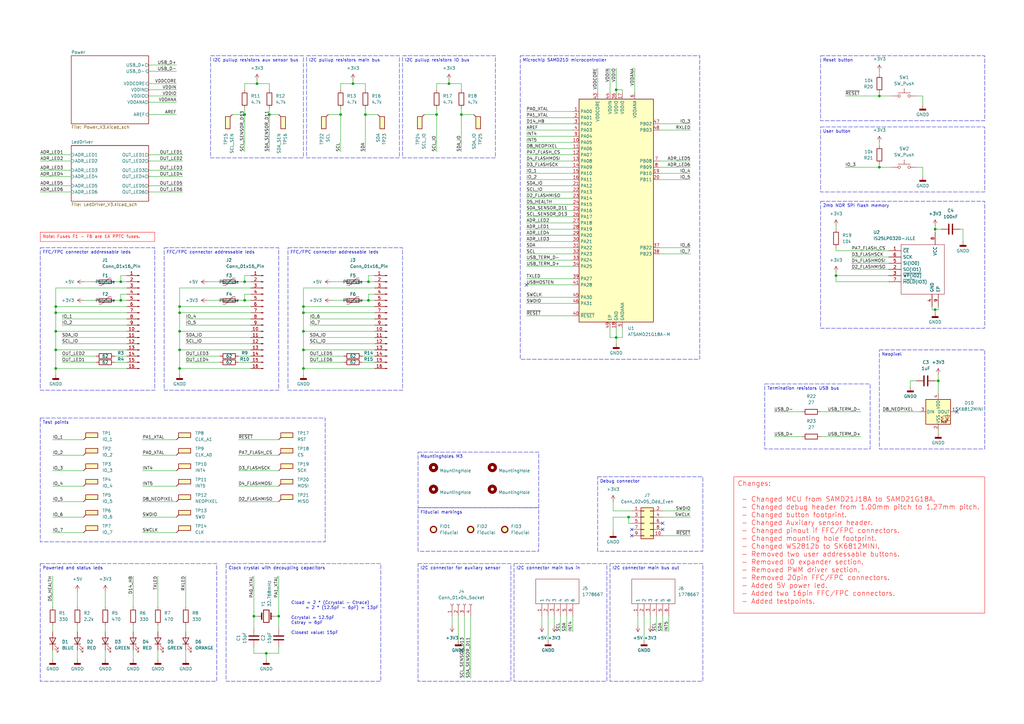
<source format=kicad_sch>
(kicad_sch (version 20230121) (generator eeschema)
  (paper "A3")
  (title_block (title "Led driver board BabySim") (date "9-12-2023") (rev "V3.0") (company "Health Concept Lab") (comment 1 "Author(s): Emiel Visser & Joris Bol"))
  (junction (at 49.53 123.19))
  (junction (at 257.81 212.09))
  (junction (at 252.73 138.43))
  (junction (at 104.14 252.73))
  (junction (at 151.13 115.57))
  (junction (at 105.41 34.29))
  (junction (at 124.46 151.13))
  (junction (at 384.81 156.21))
  (junction (at 124.46 143.51))
  (junction (at 73.66 135.89))
  (junction (at 100.33 46.99))
  (junction (at 124.46 135.89))
  (junction (at 22.86 125.73))
  (junction (at 114.3 252.73))
  (junction (at 100.33 123.19))
  (junction (at 383.54 127))
  (junction (at 49.53 115.57))
  (junction (at 73.66 125.73))
  (junction (at 100.33 115.57))
  (junction (at 124.46 128.27))
  (junction (at 22.86 143.51))
  (junction (at 360.68 68.58))
  (junction (at 383.54 93.98))
  (junction (at 139.7 46.99))
  (junction (at 342.9 113.03))
  (junction (at 73.66 151.13))
  (junction (at 73.66 128.27))
  (junction (at 252.73 36.83))
  (junction (at 179.07 46.99))
  (junction (at 144.78 34.29))
  (junction (at 22.86 151.13))
  (junction (at 73.66 143.51))
  (junction (at 110.49 46.99))
  (junction (at 360.68 39.37))
  (junction (at 149.86 46.99))
  (junction (at 151.13 123.19))
  (junction (at 109.22 267.97))
  (junction (at 189.23 46.99))
  (junction (at 184.15 34.29))
  (junction (at 22.86 135.89))
  (junction (at 124.46 125.73))
  (junction (at 22.86 128.27))
  (no_connect (at 215.9 116.84))
  (no_connect (at 271.78 217.17))
  (no_connect (at 392.43 168.91))
  (no_connect (at 259.08 219.71))
  (no_connect (at 259.08 217.17))
  (no_connect (at 271.78 214.63))
  (wire (pts (xy 153.67 118.11) (xy 124.46 118.11)))
  (wire (pts (xy 185.42 256.54) (xy 185.42 252.73)))
  (wire (pts (xy 271.78 219.71) (xy 283.21 219.71)))
  (wire (pts (xy 139.7 34.29) (xy 144.78 34.29)))
  (wire (pts (xy 43.18 256.54) (xy 43.18 259.08)))
  (wire (pts (xy 255.27 138.43) (xy 252.73 138.43)))
  (wire (pts (xy 114.3 257.81) (xy 114.3 252.73)))
  (wire (pts (xy 64.77 236.22) (xy 64.77 248.92)))
  (wire (pts (xy 215.9 73.66) (xy 234.95 73.66)))
  (wire (pts (xy 270.51 101.6) (xy 283.21 101.6)))
  (wire (pts (xy 149.86 36.83) (xy 149.86 34.29)))
  (wire (pts (xy 58.42 212.09) (xy 72.39 212.09)))
  (wire (pts (xy 234.95 252.73) (xy 234.95 259.08)))
  (wire (pts (xy 109.22 267.97) (xy 114.3 267.97)))
  (wire (pts (xy 317.5 168.91) (xy 328.93 168.91)))
  (wire (pts (xy 149.86 44.45) (xy 149.86 46.99)))
  (wire (pts (xy 227.33 252.73) (xy 227.33 256.54)))
  (wire (pts (xy 127 138.43) (xy 153.67 138.43)))
  (wire (pts (xy 97.79 205.74) (xy 114.3 205.74)))
  (wire (pts (xy 76.2 256.54) (xy 76.2 259.08)))
  (wire (pts (xy 229.87 252.73) (xy 229.87 259.08)))
  (wire (pts (xy 342.9 113.03) (xy 364.49 113.03)))
  (wire (pts (xy 73.66 151.13) (xy 102.87 151.13)))
  (wire (pts (xy 252.73 36.83) (xy 252.73 38.1)))
  (wire (pts (xy 264.16 252.73) (xy 264.16 262.89)))
  (wire (pts (xy 215.9 116.84) (xy 234.95 116.84)))
  (wire (pts (xy 149.86 46.99) (xy 154.94 46.99)))
  (wire (pts (xy 184.15 34.29) (xy 189.23 34.29)))
  (wire (pts (xy 349.25 110.49) (xy 364.49 110.49)))
  (wire (pts (xy 22.86 153.67) (xy 22.86 151.13)))
  (wire (pts (xy 22.86 135.89) (xy 22.86 143.51)))
  (wire (pts (xy 349.25 107.95) (xy 364.49 107.95)))
  (wire (pts (xy 73.66 118.11) (xy 73.66 125.73)))
  (wire (pts (xy 124.46 118.11) (xy 124.46 125.73)))
  (wire (pts (xy 46.99 148.59) (xy 52.07 148.59)))
  (wire (pts (xy 31.75 266.7) (xy 31.75 270.51)))
  (wire (pts (xy 25.4 140.97) (xy 52.07 140.97)))
  (wire (pts (xy 153.67 113.03) (xy 151.13 113.03)))
  (wire (pts (xy 384.81 156.21) (xy 383.54 156.21)))
  (wire (pts (xy 76.2 236.22) (xy 76.2 248.92)))
  (wire (pts (xy 58.42 205.74) (xy 72.39 205.74)))
  (wire (pts (xy 73.66 128.27) (xy 73.66 135.89)))
  (wire (pts (xy 215.9 81.28) (xy 234.95 81.28)))
  (wire (pts (xy 100.33 44.45) (xy 100.33 46.99)))
  (wire (pts (xy 261.62 252.73) (xy 261.62 256.54)))
  (wire (pts (xy 179.07 34.29) (xy 184.15 34.29)))
  (wire (pts (xy 127 130.81) (xy 153.67 130.81)))
  (wire (pts (xy 250.19 27.94) (xy 250.19 38.1)))
  (wire (pts (xy 29.21 78.74) (xy 16.51 78.74)))
  (wire (pts (xy 124.46 143.51) (xy 124.46 151.13)))
  (wire (pts (xy 139.7 62.23) (xy 139.7 46.99)))
  (wire (pts (xy 21.59 236.22) (xy 21.59 248.92)))
  (wire (pts (xy 251.46 212.09) (xy 257.81 212.09)))
  (wire (pts (xy 360.68 29.21) (xy 360.68 30.48)))
  (wire (pts (xy 102.87 118.11) (xy 73.66 118.11)))
  (wire (pts (xy 173.99 46.99) (xy 179.07 46.99)))
  (wire (pts (xy 151.13 113.03) (xy 151.13 115.57)))
  (wire (pts (xy 179.07 34.29) (xy 179.07 36.83)))
  (wire (pts (xy 215.9 45.72) (xy 234.95 45.72)))
  (wire (pts (xy 215.9 129.54) (xy 234.95 129.54)))
  (wire (pts (xy 252.73 27.94) (xy 252.73 36.83)))
  (wire (pts (xy 100.33 120.65) (xy 100.33 123.19)))
  (wire (pts (xy 266.7 252.73) (xy 266.7 256.54)))
  (wire (pts (xy 114.3 252.73) (xy 114.3 236.22)))
  (wire (pts (xy 270.51 104.14) (xy 283.21 104.14)))
  (wire (pts (xy 100.33 123.19) (xy 102.87 123.19)))
  (wire (pts (xy 58.42 218.44) (xy 72.39 218.44)))
  (wire (pts (xy 105.41 33.02) (xy 105.41 34.29)))
  (wire (pts (xy 104.14 252.73) (xy 105.41 252.73)))
  (wire (pts (xy 184.15 33.02) (xy 184.15 34.29)))
  (wire (pts (xy 215.9 78.74) (xy 234.95 78.74)))
  (wire (pts (xy 346.71 39.37) (xy 360.68 39.37)))
  (wire (pts (xy 349.25 105.41) (xy 364.49 105.41)))
  (wire (pts (xy 25.4 138.43) (xy 52.07 138.43)))
  (wire (pts (xy 22.86 128.27) (xy 52.07 128.27)))
  (wire (pts (xy 114.3 252.73) (xy 113.03 252.73)))
  (wire (pts (xy 144.78 33.02) (xy 144.78 34.29)))
  (wire (pts (xy 149.86 46.99) (xy 149.86 62.23)))
  (wire (pts (xy 189.23 46.99) (xy 189.23 62.23)))
  (wire (pts (xy 73.66 135.89) (xy 102.87 135.89)))
  (wire (pts (xy 148.59 123.19) (xy 151.13 123.19)))
  (wire (pts (xy 127 146.05) (xy 140.97 146.05)))
  (wire (pts (xy 257.81 212.09) (xy 257.81 214.63)))
  (wire (pts (xy 342.9 92.71) (xy 342.9 93.98)))
  (wire (pts (xy 54.61 236.22) (xy 54.61 248.92)))
  (wire (pts (xy 100.33 46.99) (xy 100.33 62.23)))
  (wire (pts (xy 336.55 168.91) (xy 353.06 168.91)))
  (wire (pts (xy 34.29 123.19) (xy 39.37 123.19)))
  (wire (pts (xy 49.53 120.65) (xy 49.53 123.19)))
  (wire (pts (xy 85.09 115.57) (xy 90.17 115.57)))
  (wire (pts (xy 52.07 120.65) (xy 49.53 120.65)))
  (wire (pts (xy 271.78 212.09) (xy 283.21 212.09)))
  (wire (pts (xy 259.08 212.09) (xy 257.81 212.09)))
  (wire (pts (xy 58.42 199.39) (xy 72.39 199.39)))
  (wire (pts (xy 360.68 38.1) (xy 360.68 39.37)))
  (wire (pts (xy 73.66 125.73) (xy 73.66 128.27)))
  (wire (pts (xy 124.46 125.73) (xy 153.67 125.73)))
  (wire (pts (xy 373.38 158.75) (xy 373.38 156.21)))
  (wire (pts (xy 74.93 72.39) (xy 60.96 72.39)))
  (wire (pts (xy 383.54 93.98) (xy 383.54 95.25)))
  (wire (pts (xy 232.41 252.73) (xy 232.41 259.08)))
  (wire (pts (xy 124.46 128.27) (xy 124.46 135.89)))
  (wire (pts (xy 21.59 205.74) (xy 34.29 205.74)))
  (wire (pts (xy 105.41 34.29) (xy 110.49 34.29)))
  (wire (pts (xy 135.89 123.19) (xy 140.97 123.19)))
  (wire (pts (xy 384.81 127) (xy 383.54 127)))
  (wire (pts (xy 124.46 151.13) (xy 153.67 151.13)))
  (wire (pts (xy 25.4 148.59) (xy 39.37 148.59)))
  (wire (pts (xy 25.4 130.81) (xy 52.07 130.81)))
  (wire (pts (xy 190.5 278.13) (xy 190.5 252.73)))
  (wire (pts (xy 215.9 71.12) (xy 234.95 71.12)))
  (wire (pts (xy 43.18 242.57) (xy 43.18 248.92)))
  (wire (pts (xy 360.68 39.37) (xy 365.76 39.37)))
  (wire (pts (xy 317.5 179.07) (xy 328.93 179.07)))
  (wire (pts (xy 54.61 256.54) (xy 54.61 259.08)))
  (wire (pts (xy 22.86 125.73) (xy 22.86 128.27)))
  (wire (pts (xy 60.96 46.99) (xy 72.39 46.99)))
  (wire (pts (xy 215.9 106.68) (xy 234.95 106.68)))
  (wire (pts (xy 361.95 168.91) (xy 377.19 168.91)))
  (wire (pts (xy 97.79 180.34) (xy 114.3 180.34)))
  (wire (pts (xy 60.96 34.29) (xy 72.39 34.29)))
  (wire (pts (xy 274.32 252.73) (xy 274.32 259.08)))
  (wire (pts (xy 16.51 66.04) (xy 29.21 66.04)))
  (wire (pts (xy 43.18 266.7) (xy 43.18 270.51)))
  (wire (pts (xy 49.53 123.19) (xy 52.07 123.19)))
  (wire (pts (xy 114.3 267.97) (xy 114.3 265.43)))
  (wire (pts (xy 257.81 214.63) (xy 259.08 214.63)))
  (wire (pts (xy 73.66 128.27) (xy 102.87 128.27)))
  (wire (pts (xy 109.22 267.97) (xy 109.22 270.51)))
  (wire (pts (xy 73.66 125.73) (xy 102.87 125.73)))
  (wire (pts (xy 215.9 58.42) (xy 234.95 58.42)))
  (wire (pts (xy 110.49 44.45) (xy 110.49 46.99)))
  (wire (pts (xy 189.23 36.83) (xy 189.23 34.29)))
  (wire (pts (xy 215.9 53.34) (xy 234.95 53.34)))
  (wire (pts (xy 342.9 111.76) (xy 342.9 113.03)))
  (wire (pts (xy 22.86 128.27) (xy 22.86 135.89)))
  (wire (pts (xy 215.9 104.14) (xy 234.95 104.14)))
  (wire (pts (xy 383.54 93.98) (xy 386.08 93.98)))
  (wire (pts (xy 215.9 86.36) (xy 234.95 86.36)))
  (wire (pts (xy 336.55 179.07) (xy 353.06 179.07)))
  (wire (pts (xy 60.96 36.83) (xy 72.39 36.83)))
  (wire (pts (xy 46.99 115.57) (xy 49.53 115.57)))
  (wire (pts (xy 215.9 96.52) (xy 234.95 96.52)))
  (wire (pts (xy 110.49 46.99) (xy 110.49 62.23)))
  (wire (pts (xy 360.68 67.31) (xy 360.68 68.58)))
  (wire (pts (xy 124.46 153.67) (xy 124.46 151.13)))
  (wire (pts (xy 151.13 120.65) (xy 151.13 123.19)))
  (wire (pts (xy 31.75 256.54) (xy 31.75 259.08)))
  (wire (pts (xy 151.13 123.19) (xy 153.67 123.19)))
  (wire (pts (xy 34.29 115.57) (xy 39.37 115.57)))
  (wire (pts (xy 346.71 68.58) (xy 360.68 68.58)))
  (wire (pts (xy 383.54 127) (xy 383.54 128.27)))
  (wire (pts (xy 22.86 151.13) (xy 52.07 151.13)))
  (wire (pts (xy 384.81 153.67) (xy 384.81 156.21)))
  (wire (pts (xy 215.9 60.96) (xy 234.95 60.96)))
  (wire (pts (xy 384.81 161.29) (xy 384.81 156.21)))
  (wire (pts (xy 58.42 180.34) (xy 72.39 180.34)))
  (wire (pts (xy 21.59 218.44) (xy 34.29 218.44)))
  (wire (pts (xy 270.51 68.58) (xy 283.21 68.58)))
  (wire (pts (xy 100.33 34.29) (xy 100.33 36.83)))
  (wire (pts (xy 46.99 123.19) (xy 49.53 123.19)))
  (wire (pts (xy 29.21 76.2) (xy 16.51 76.2)))
  (wire (pts (xy 52.07 113.03) (xy 49.53 113.03)))
  (wire (pts (xy 74.93 63.5) (xy 60.96 63.5)))
  (wire (pts (xy 25.4 146.05) (xy 39.37 146.05)))
  (wire (pts (xy 135.89 115.57) (xy 140.97 115.57)))
  (wire (pts (xy 153.67 120.65) (xy 151.13 120.65)))
  (wire (pts (xy 124.46 135.89) (xy 124.46 143.51)))
  (wire (pts (xy 271.78 209.55) (xy 283.21 209.55)))
  (wire (pts (xy 148.59 146.05) (xy 153.67 146.05)))
  (wire (pts (xy 21.59 256.54) (xy 21.59 259.08)))
  (wire (pts (xy 378.46 39.37) (xy 375.92 39.37)))
  (wire (pts (xy 52.07 118.11) (xy 22.86 118.11)))
  (wire (pts (xy 127 133.35) (xy 153.67 133.35)))
  (wire (pts (xy 384.81 125.73) (xy 384.81 127)))
  (wire (pts (xy 373.38 156.21) (xy 375.92 156.21)))
  (wire (pts (xy 260.35 27.94) (xy 260.35 38.1)))
  (wire (pts (xy 21.59 186.69) (xy 34.29 186.69)))
  (wire (pts (xy 179.07 46.99) (xy 179.07 44.45)))
  (wire (pts (xy 215.9 50.8) (xy 234.95 50.8)))
  (wire (pts (xy 270.51 73.66) (xy 283.21 73.66)))
  (wire (pts (xy 60.96 39.37) (xy 72.39 39.37)))
  (wire (pts (xy 255.27 36.83) (xy 252.73 36.83)))
  (wire (pts (xy 360.68 58.42) (xy 360.68 59.69)))
  (wire (pts (xy 189.23 46.99) (xy 194.31 46.99)))
  (wire (pts (xy 97.79 186.69) (xy 114.3 186.69)))
  (wire (pts (xy 148.59 115.57) (xy 151.13 115.57)))
  (wire (pts (xy 378.46 68.58) (xy 375.92 68.58)))
  (wire (pts (xy 110.49 36.83) (xy 110.49 34.29)))
  (wire (pts (xy 193.04 278.13) (xy 193.04 252.73)))
  (wire (pts (xy 60.96 26.67) (xy 72.39 26.67)))
  (wire (pts (xy 215.9 101.6) (xy 234.95 101.6)))
  (wire (pts (xy 22.86 143.51) (xy 52.07 143.51)))
  (wire (pts (xy 124.46 143.51) (xy 153.67 143.51)))
  (wire (pts (xy 97.79 199.39) (xy 114.3 199.39)))
  (wire (pts (xy 25.4 133.35) (xy 52.07 133.35)))
  (wire (pts (xy 110.49 46.99) (xy 114.3 46.99)))
  (wire (pts (xy 139.7 46.99) (xy 139.7 44.45)))
  (wire (pts (xy 270.51 66.04) (xy 283.21 66.04)))
  (wire (pts (xy 251.46 209.55) (xy 259.08 209.55)))
  (wire (pts (xy 100.33 113.03) (xy 100.33 115.57)))
  (wire (pts (xy 104.14 257.81) (xy 104.14 252.73)))
  (wire (pts (xy 179.07 62.23) (xy 179.07 46.99)))
  (wire (pts (xy 21.59 212.09) (xy 34.29 212.09)))
  (wire (pts (xy 139.7 34.29) (xy 139.7 36.83)))
  (wire (pts (xy 74.93 76.2) (xy 60.96 76.2)))
  (wire (pts (xy 74.93 69.85) (xy 60.96 69.85)))
  (wire (pts (xy 127 148.59) (xy 140.97 148.59)))
  (wire (pts (xy 64.77 256.54) (xy 64.77 259.08)))
  (wire (pts (xy 102.87 113.03) (xy 100.33 113.03)))
  (wire (pts (xy 144.78 34.29) (xy 149.86 34.29)))
  (wire (pts (xy 76.2 138.43) (xy 102.87 138.43)))
  (wire (pts (xy 95.25 46.99) (xy 100.33 46.99)))
  (wire (pts (xy 124.46 125.73) (xy 124.46 128.27)))
  (wire (pts (xy 394.97 99.06) (xy 394.97 93.98)))
  (wire (pts (xy 22.86 118.11) (xy 22.86 125.73)))
  (wire (pts (xy 215.9 91.44) (xy 234.95 91.44)))
  (wire (pts (xy 85.09 123.19) (xy 90.17 123.19)))
  (wire (pts (xy 21.59 266.7) (xy 21.59 270.51)))
  (wire (pts (xy 215.9 68.58) (xy 234.95 68.58)))
  (wire (pts (xy 74.93 66.04) (xy 60.96 66.04)))
  (wire (pts (xy 283.21 53.34) (xy 270.51 53.34)))
  (wire (pts (xy 16.51 69.85) (xy 29.21 69.85)))
  (wire (pts (xy 215.9 55.88) (xy 234.95 55.88)))
  (wire (pts (xy 215.9 114.3) (xy 234.95 114.3)))
  (wire (pts (xy 342.9 101.6) (xy 342.9 102.87)))
  (wire (pts (xy 124.46 128.27) (xy 153.67 128.27)))
  (wire (pts (xy 270.51 50.8) (xy 283.21 50.8)))
  (wire (pts (xy 394.97 93.98) (xy 393.7 93.98)))
  (wire (pts (xy 252.73 138.43) (xy 252.73 140.97)))
  (wire (pts (xy 58.42 193.04) (xy 72.39 193.04)))
  (wire (pts (xy 189.23 46.99) (xy 189.23 44.45)))
  (wire (pts (xy 215.9 48.26) (xy 234.95 48.26)))
  (wire (pts (xy 21.59 193.04) (xy 34.29 193.04)))
  (wire (pts (xy 97.79 123.19) (xy 100.33 123.19)))
  (wire (pts (xy 60.96 29.21) (xy 72.39 29.21)))
  (wire (pts (xy 251.46 205.74) (xy 251.46 209.55)))
  (wire (pts (xy 104.14 265.43) (xy 104.14 267.97)))
  (wire (pts (xy 21.59 180.34) (xy 34.29 180.34)))
  (wire (pts (xy 54.61 266.7) (xy 54.61 270.51)))
  (wire (pts (xy 16.51 63.5) (xy 29.21 63.5)))
  (wire (pts (xy 76.2 133.35) (xy 102.87 133.35)))
  (wire (pts (xy 215.9 66.04) (xy 234.95 66.04)))
  (wire (pts (xy 104.14 267.97) (xy 109.22 267.97)))
  (wire (pts (xy 215.9 109.22) (xy 234.95 109.22)))
  (wire (pts (xy 97.79 193.04) (xy 114.3 193.04)))
  (wire (pts (xy 250.19 138.43) (xy 252.73 138.43)))
  (wire (pts (xy 187.96 262.89) (xy 187.96 252.73)))
  (wire (pts (xy 255.27 134.62) (xy 255.27 138.43)))
  (wire (pts (xy 224.79 252.73) (xy 224.79 262.89)))
  (wire (pts (xy 360.68 68.58) (xy 365.76 68.58)))
  (wire (pts (xy 21.59 199.39) (xy 34.29 199.39)))
  (wire (pts (xy 215.9 99.06) (xy 234.95 99.06)))
  (wire (pts (xy 76.2 266.7) (xy 76.2 270.51)))
  (wire (pts (xy 251.46 218.44) (xy 251.46 212.09)))
  (wire (pts (xy 342.9 115.57) (xy 364.49 115.57)))
  (wire (pts (xy 31.75 242.57) (xy 31.75 248.92)))
  (wire (pts (xy 148.59 148.59) (xy 153.67 148.59)))
  (wire (pts (xy 22.86 143.51) (xy 22.86 151.13)))
  (wire (pts (xy 64.77 266.7) (xy 64.77 270.51)))
  (wire (pts (xy 378.46 72.39) (xy 378.46 68.58)))
  (wire (pts (xy 73.66 143.51) (xy 73.66 151.13)))
  (wire (pts (xy 46.99 146.05) (xy 52.07 146.05)))
  (wire (pts (xy 102.87 120.65) (xy 100.33 120.65)))
  (wire (pts (xy 97.79 148.59) (xy 102.87 148.59)))
  (wire (pts (xy 73.66 153.67) (xy 73.66 151.13)))
  (wire (pts (xy 22.86 135.89) (xy 52.07 135.89)))
  (wire (pts (xy 215.9 124.46) (xy 234.95 124.46)))
  (wire (pts (xy 383.54 92.71) (xy 383.54 93.98)))
  (wire (pts (xy 134.62 46.99) (xy 139.7 46.99)))
  (wire (pts (xy 74.93 78.74) (xy 60.96 78.74)))
  (wire (pts (xy 384.81 176.53) (xy 384.81 177.8)))
  (wire (pts (xy 49.53 113.03) (xy 49.53 115.57)))
  (wire (pts (xy 151.13 115.57) (xy 153.67 115.57)))
  (wire (pts (xy 383.54 127) (xy 382.27 127)))
  (wire (pts (xy 127 140.97) (xy 153.67 140.97)))
  (wire (pts (xy 49.53 115.57) (xy 52.07 115.57)))
  (wire (pts (xy 76.2 148.59) (xy 90.17 148.59)))
  (wire (pts (xy 215.9 93.98) (xy 234.95 93.98)))
  (wire (pts (xy 252.73 134.62) (xy 252.73 138.43)))
  (wire (pts (xy 222.25 252.73) (xy 222.25 256.54)))
  (wire (pts (xy 60.96 41.91) (xy 72.39 41.91)))
  (wire (pts (xy 73.66 135.89) (xy 73.66 143.51)))
  (wire (pts (xy 215.9 88.9) (xy 234.95 88.9)))
  (wire (pts (xy 100.33 115.57) (xy 102.87 115.57)))
  (wire (pts (xy 255.27 38.1) (xy 255.27 36.83)))
  (wire (pts (xy 270.51 71.12) (xy 283.21 71.12)))
  (wire (pts (xy 124.46 135.89) (xy 153.67 135.89)))
  (wire (pts (xy 73.66 143.51) (xy 102.87 143.51)))
  (wire (pts (xy 271.78 252.73) (xy 271.78 259.08)))
  (wire (pts (xy 382.27 127) (xy 382.27 125.73)))
  (wire (pts (xy 378.46 43.18) (xy 378.46 39.37)))
  (wire (pts (xy 342.9 113.03) (xy 342.9 115.57)))
  (wire (pts (xy 215.9 76.2) (xy 234.95 76.2)))
  (wire (pts (xy 16.51 72.39) (xy 29.21 72.39)))
  (wire (pts (xy 76.2 140.97) (xy 102.87 140.97)))
  (wire (pts (xy 215.9 63.5) (xy 234.95 63.5)))
  (wire (pts (xy 22.86 125.73) (xy 52.07 125.73)))
  (wire (pts (xy 97.79 115.57) (xy 100.33 115.57)))
  (wire (pts (xy 245.11 27.94) (xy 245.11 38.1)))
  (wire (pts (xy 97.79 146.05) (xy 102.87 146.05)))
  (wire (pts (xy 100.33 34.29) (xy 105.41 34.29)))
  (wire (pts (xy 58.42 186.69) (xy 72.39 186.69)))
  (wire (pts (xy 269.24 252.73) (xy 269.24 259.08)))
  (wire (pts (xy 250.19 134.62) (xy 250.19 138.43)))
  (wire (pts (xy 215.9 83.82) (xy 234.95 83.82)))
  (wire (pts (xy 76.2 146.05) (xy 90.17 146.05)))
  (wire (pts (xy 215.9 121.92) (xy 234.95 121.92)))
  (wire (pts (xy 342.9 102.87) (xy 364.49 102.87)))
  (wire (pts (xy 76.2 130.81) (xy 102.87 130.81)))
  (wire (pts (xy 104.14 252.73) (xy 104.14 236.22)))
  (text_box "I2C pullup resistors IO bus" (at 165.1 22.86 0) (size 38.1 41.91) (stroke (width 0) (type dash)) (effects (font (size 1.27 1.27)) (justify left top)))
  (text_box "I2C connector main bus out" (at 250.19 231.14 0) (size 38.1 48.26) (stroke (width 0) (type dash)) (effects (font (size 1.27 1.27)) (justify left top)))
  (text_box "Clock crystal with decoupling capacitors" (at 92.71 231.14 0) (size 63.5 48.26) (stroke (width 0) (type dash)) (effects (font (size 1.27 1.27)) (justify left top)))
  (text_box "Debug connector" (at 245.11 195.58 0) (size 43.18 30.48) (stroke (width 0) (type dash)) (effects (font (size 1.27 1.27)) (justify left top)))
  (text_box "Test points " (at 16.51 171.45 0) (size 116.84 50.8) (stroke (width 0) (type dash)) (effects (font (size 1.27 1.27)) (justify left top)))
  (text_box "I2C pullup resistors main bus" (at 125.73 22.86 0) (size 38.1 41.91) (stroke (width 0) (type dash)) (effects (font (size 1.27 1.27)) (justify left top)))
  (text_box "2mb NOR SPI flash memory" (at 336.55 82.55 0) (size 67.31 52.07) (stroke (width 0) (type dash)) (effects (font (size 1.27 1.27)) (justify left top)))
  (text_box "I2C connector for auxilary sensor" (at 171.45 231.14 0) (size 38.1 48.26) (stroke (width 0) (type dash)) (effects (font (size 1.27 1.27)) (justify left top)))
  (text_box "Changes: \n\n - Changed MCU from SAMD21J18A to SAMD21G18A.\n - Changed debug header from 1.00mm pitch to 1.27mm pitch.\n - Changed button footprint.\n - Changed Auxilary sensor header.\n - Changed pinout if FFC/FPC connectors. \n - Changed mounting hole footprint. \n - Changed WS2812b to SK6812MINI.   \n - Removed two user addressable buttons.\n - Removed IO expander section.\n - Removed PWM driver section.\n - Removed 20pin FFC/FPC connectors. \n - Added 5V power led.\n - Added two 16pin FFC/FPC connectors. \n - Added testpoints." (at 300.99 195.58 0) (size 102.87 55.88) (stroke (width 0) (color 255 0 0 1)) (effects (font (size 2 2)) (justify left top)))
  (text_box "I2C connector main bus in" (at 210.82 231.14 0) (size 38.1 48.26) (stroke (width 0) (type dash)) (effects (font (size 1.27 1.27)) (justify left top)))
  (text_box "Mountingholes M3" (at 171.45 185.42 0) (size 49.53 22.86) (stroke (width 0) (type dash)) (effects (font (size 1.27 1.27)) (justify left top)))
  (text_box "FFC/FPC connector addressable leds" (at 16.51 101.6 0) (size 46.99 58.42) (stroke (width 0) (type dash)) (effects (font (size 1.27 1.27)) (justify left top)))
  (text_box "FFC/FPC connector addressable leds" (at 67.31 101.6 0) (size 46.99 58.42) (stroke (width 0) (type dash)) (effects (font (size 1.27 1.27)) (justify left top)))
  (text_box "Termination resistors USB bus" (at 313.69 157.48 0) (size 43.18 26.67) (stroke (width 0) (type dash)) (effects (font (size 1.27 1.27)) (justify left top)))
  (text_box "I2C pullup resistors aux sensor bus" (at 86.36 22.86 0) (size 38.1 41.91) (stroke (width 0) (type dash)) (effects (font (size 1.27 1.27)) (justify left top)))
  (text_box "User button" (at 336.55 52.07 0) (size 67.31 26.67) (stroke (width 0) (type dash)) (effects (font (size 1.27 1.27)) (justify left top)))
  (text_box "Powerled and status leds" (at 16.51 231.14 0) (size 72.39 48.26) (stroke (width 0) (type dash)) (effects (font (size 1.27 1.27)) (justify left top)))
  (text_box "Reset button" (at 336.55 22.86 0) (size 67.31 26.67) (stroke (width 0) (type dash)) (effects (font (size 1.27 1.27)) (justify left top)))
  (text_box "Note: Fuses F1 - F6 are 1A PPTC fuses." (at 16.51 95.25 0) (size 46.99 3.81) (stroke (width 0) (color 255 0 0 1)) (effects (font (size 1.27 1.27)) (justify left top)))
  (text_box "Microchip SAMD21D microcontroller" (at 213.36 22.86 0) (size 73.66 124.46) (stroke (width 0) (type dash)) (effects (font (size 1.27 1.27)) (justify left top)))
  (text_box "Fiducial markings" (at 171.45 208.28 0) (size 49.53 17.78) (stroke (width 0) (type dash)) (effects (font (size 1.27 1.27)) (justify left top)))
  (text_box "FFC/FPC connector addressable leds" (at 118.11 101.6 0) (size 46.99 58.42) (stroke (width 0) (type dash)) (effects (font (size 1.27 1.27)) (justify left top)))
  (text_box "Neopixel" (at 360.68 143.51 0) (size 43.18 40.64) (stroke (width 0) (type dash)) (effects (font (size 1.27 1.27)) (justify left top)))
  (text "Cload = 2 * (Ccrystal - Ctrace)\n      = 2 * (12.5pF - 6pF) = 13pF\n\nCcrystal = 12.5pF\nCstray = 6pF\n\nClosest value: 15pF" (at 119.38 260.35 0) (effects (font (size 1.27 1.27)) (justify left bottom)))
  (label "INT5" (at 274.32 259.08 90))
  (label "AREF" (at 72.39 46.99 180))
  (label "OUT_LED3" (at 74.93 69.85 180))
  (label "ADR_LED5" (at 283.21 66.04 180))
  (label "ADR_LED5" (at 16.51 76.2 0))
  (label "SDA" (at 271.78 259.08 90))
  (label "SCL_SENSOR_D13" (at 190.5 278.13 90))
  (label "ADR_LED2" (at 215.9 91.44 0))
  (label "IO_1" (at 21.59 180.34 0))
  (label "D3_FLASHSCK" (at 349.25 105.41 0))
  (label "ADR_LED1" (at 16.51 63.5 0))
  (label "IO_6" (at 127 130.81 0))
  (label "D4_FLASHMOSI" (at 215.9 66.04 0))
  (label "OUT_LED6" (at 127 148.59 0))
  (label "SDA_IO" (at 127 138.43 0))
  (label "SCL_IO" (at 179.07 62.23 90))
  (label "SWCLK" (at 58.42 218.44 0))
  (label "SWDIO" (at 215.9 124.46 0))
  (label "IO_1" (at 25.4 130.81 0))
  (label "INT5" (at 58.42 199.39 0))
  (label "VDDIO" (at 72.39 39.37 180))
  (label "D4_FLASHMOSI" (at 349.25 107.95 0))
  (label "D14_HB" (at 215.9 50.8 0))
  (label "OUT_LED4" (at 74.93 72.39 180))
  (label "D2_FLASHMISO" (at 97.79 205.74 0))
  (label "IO_6" (at 21.59 212.09 0))
  (label "SDA" (at 149.86 62.23 90))
  (label "INT4" (at 215.9 55.88 0))
  (label "SDA_SENSOR_D11" (at 193.04 278.13 90))
  (label "IO_5" (at 76.2 133.35 0))
  (label "PA7_FLASH_CS" (at 215.9 63.5 0))
  (label "USB_TERM_D+" (at 215.9 109.22 0))
  (label "PA0_XTAL" (at 58.42 186.69 0))
  (label "D8_NEOPIXEL" (at 58.42 205.74 0))
  (label "USB_TERM_D-" (at 353.06 168.91 180))
  (label "OUT_LED2" (at 25.4 146.05 0))
  (label "OUT_LED6" (at 74.93 78.74 180))
  (label "SDA_IO" (at 189.23 62.23 90))
  (label "TXLED" (at 215.9 114.3 0))
  (label "SCL_SENSOR_D13" (at 215.9 88.9 0))
  (label "VDDIO" (at 252.73 27.94 270))
  (label "RXLED" (at 283.21 53.34 180))
  (label "IO_5" (at 283.21 73.66 180))
  (label "~{RESET}" (at 215.9 129.54 0))
  (label "INT5" (at 215.9 58.42 0))
  (label "SWDIO" (at 58.42 212.09 0))
  (label "ADR_LED6" (at 283.21 68.58 180))
  (label "SWCLK" (at 215.9 121.92 0))
  (label "IO_2" (at 25.4 133.35 0))
  (label "VDDIN" (at 72.39 36.83 180))
  (label "IO_3" (at 283.21 50.8 180))
  (label "OUT_LED4" (at 76.2 148.59 0))
  (label "D5_HEALTH" (at 215.9 83.82 0))
  (label "SWDIO" (at 283.21 209.55 180))
  (label "SCL" (at 269.24 259.08 90))
  (label "IO_4" (at 21.59 199.39 0))
  (label "D8_NEOPIXEL" (at 215.9 60.96 0))
  (label "AREF" (at 215.9 53.34 0))
  (label "~{RESET}" (at 346.71 39.37 0))
  (label "OUT_LED5" (at 127 146.05 0))
  (label "SCL_IO" (at 25.4 140.97 0))
  (label "IO_1" (at 215.9 71.12 0))
  (label "PA7_FLASH_CS" (at 349.25 102.87 0))
  (label "ADR_LED2" (at 16.51 66.04 0))
  (label "PA7_FLASH_CS" (at 97.79 186.69 0))
  (label "SCL_IO" (at 76.2 140.97 0))
  (label "IO_3" (at 21.59 193.04 0))
  (label "SDA_IO" (at 25.4 138.43 0))
  (label "D5_HEALTH" (at 21.59 236.22 270))
  (label "OUT_LED1" (at 25.4 148.59 0))
  (label "IO_4" (at 76.2 130.81 0))
  (label "SCL_SENSOR_D13" (at 100.33 62.23 90))
  (label "D3_FLASHSCK" (at 97.79 193.04 0))
  (label "IO_3" (at 346.71 68.58 0))
  (label "D4_FLASHMOSI" (at 97.79 199.39 0))
  (label "ADR_LED4" (at 16.51 72.39 0))
  (label "SCL" (at 139.7 62.23 90))
  (label "OUT_LED2" (at 74.93 66.04 180))
  (label "ADR_LED3" (at 16.51 69.85 0))
  (label "USB_TERM_D-" (at 215.9 106.68 0))
  (label "ADR_LED3" (at 215.9 99.06 0))
  (label "VDDCORE" (at 72.39 34.29 180))
  (label "PA1_XTAL" (at 58.42 180.34 0))
  (label "D2_FLASHMISO" (at 215.9 81.28 0))
  (label "INT4" (at 58.42 193.04 0))
  (label "IO_2" (at 215.9 73.66 0))
  (label "ADR_LED4" (at 215.9 96.52 0))
  (label "PA1_XTAL" (at 114.3 236.22 270))
  (label "ADR_LED6" (at 16.51 78.74 0))
  (label "SCL_IO" (at 127 140.97 0))
  (label "USB_TERM_D+" (at 353.06 179.07 180))
  (label "PA1_XTAL" (at 215.9 48.26 0))
  (label "IO_7" (at 127 133.35 0))
  (label "VDDANA" (at 260.35 27.94 270))
  (label "OUT_LED1" (at 74.93 63.5 180))
  (label "SDA_IO" (at 215.9 76.2 0))
  (label "SCL_IO" (at 215.9 78.74 0))
  (label "~{RESET}" (at 97.79 180.34 0))
  (label "IO_7" (at 21.59 218.44 0))
  (label "USBHOSTEN" (at 215.9 116.84 0))
  (label "PA0_XTAL" (at 104.14 236.22 270))
  (label "ADR_LED1" (at 215.9 93.98 0))
  (label "SCL" (at 215.9 104.14 0))
  (label "SCL" (at 229.87 259.08 90))
  (label "USB_D+" (at 72.39 26.67 180))
  (label "OUT_LED3" (at 76.2 146.05 0))
  (label "IO_5" (at 21.59 205.74 0))
  (label "VDDCORE" (at 245.11 27.94 270))
  (label "TXLED" (at 64.77 236.22 270))
  (label "USB_D-" (at 317.5 168.91 0))
  (label "SDA" (at 215.9 101.6 0))
  (label "D3_FLASHSCK" (at 215.9 68.58 0))
  (label "D14_HB" (at 54.61 236.22 270))
  (label "D2_FLASHMISO" (at 349.25 110.49 0))
  (label "D8_NEOPIXEL" (at 361.95 168.91 0))
  (label "VDDANA" (at 72.39 41.91 180))
  (label "SDA_IO" (at 76.2 138.43 0))
  (label "SDA" (at 232.41 259.08 90))
  (label "SWCLK" (at 283.21 212.09 180))
  (label "OUT_LED5" (at 74.93 76.2 180))
  (label "VDDIN" (at 250.19 27.94 270))
  (label "RXLED" (at 76.2 236.22 270))
  (label "PA0_XTAL" (at 215.9 45.72 0))
  (label "SDA_SENSOR_D11" (at 110.49 62.23 90))
  (label "USB_D-" (at 72.39 29.21 180))
  (label "IO_2" (at 21.59 186.69 0))
  (label "INT4" (at 234.95 259.08 90))
  (label "SDA_SENSOR_D11" (at 215.9 86.36 0))
  (label "IO_6" (at 283.21 101.6 180))
  (label "~{RESET}" (at 283.21 219.71 180))
  (label "IO_7" (at 283.21 104.14 180))
  (label "USB_D+" (at 317.5 179.07 0))
  (label "IO_4" (at 283.21 71.12 180))
  (symbol (lib_id "Mechanical:Fiducial") (at 193.04 217.17 0) (unit 1)
    (property "Reference" "FID2" (at 195.58 215.9 0) (effects (justify left)))
    (property "Value" "Fiducial" (at 195.58 218.44 0) (effects (justify left)))
    (property "Footprint" "Fiducial:Fiducial_1mm_Mask2mm" (effects hide))
  )
  (symbol (lib_id "Device:LED") (at 64.77 262.89 90) (unit 1)
    (property "Reference" "D5" (at 68.58 263.2075 90) (effects (justify right)))
    (property "Value" "GREEN" (at 68.58 265.7475 90) (effects (justify right)))
    (property "Footprint" "LED_SMD:LED_0603_1608Metric_Pad1.05x0.95mm_HandSolder" (effects hide))
  )
  (symbol (lib_id "power:+3V3") (at 266.7 256.54 180) (unit 1)
    (property "Reference" "#PWR030" (effects hide))
    (property "Value" "+3V3" (at 266.7 261.62 0))
  )
  (symbol (lib_id "Connector:TestPoint_Flag") (at 95.25 46.99 90) (mirror x) (unit 1)
    (property "Reference" "TP15" (at 92.583 54.61 0) (effects (justify left)))
    (property "Value" "SCL_SEN" (at 95.123 54.61 0) (effects (justify left)))
    (property "Footprint" "TestPoint:TestPoint_Pad_D1.5mm" (effects hide))
  )
  (symbol (lib_id "power:GNDD") (at 22.86 153.67 0) (mirror y) (unit 1)
    (property "Reference" "#PWR02" (effects hide))
    (property "Value" "GNDD" (at 22.86 157.48 0))
  )
  (symbol (lib_id "Device:C") (at 389.89 93.98 270) (unit 1)
    (property "Reference" "C4" (at 389.89 86.36 90))
    (property "Value" "100nF" (at 389.89 88.9 90))
    (property "Footprint" "Capacitor_SMD:C_0603_1608Metric_Pad1.08x0.95mm_HandSolder" (effects hide))
  )
  (symbol (lib_id "power:GNDD") (at 31.75 270.51 0) (unit 1)
    (property "Reference" "#PWR04" (effects hide))
    (property "Value" "GNDD" (at 31.75 274.32 0))
  )
  (symbol (lib_id "Device:R") (at 332.74 179.07 90) (unit 1)
    (property "Reference" "R23" (at 332.74 172.72 90))
    (property "Value" "27" (at 332.74 175.26 90))
    (property "Footprint" "Resistor_SMD:R_0603_1608Metric_Pad0.98x0.95mm_HandSolder" (effects hide))
  )
  (symbol (lib_id "power:+5V") (at 135.89 115.57 90) (unit 1)
    (property "Reference" "#PWR018" (effects hide))
    (property "Value" "+5V" (at 132.08 115.57 90) (effects (justify left)))
  )
  (symbol (lib_id "Device:Crystal") (at 109.22 252.73 180) (unit 1)
    (property "Reference" "Y1" (at 107.95 248.92 90) (effects (justify right)))
    (property "Value" "32.768mHz" (at 110.49 248.92 90) (effects (justify right)))
    (property "Footprint" "Crystal:Crystal_SMD_3215-2Pin_3.2x1.5mm" (effects hide))
  )
  (symbol (lib_id "SamacSys_Parts:IS25LP032D-JLLE") (at 364.49 102.87 0) (unit 1)
    (property "Reference" "U2" (at 358.14 95.25 0) (effects (justify left)))
    (property "Value" "IS25LP032D-JLLE" (at 358.14 97.79 0) (effects (justify left)))
    (property "Footprint" "SON127P600X500X75-9N-D" (effects hide))
    (property "Datasheet" "http://www.issi.com/WW/pdf/25LP-WP032D.pdf" (effects hide))
    (property "Description" "NOR Flash 32M QSPI, WSON ET" (effects hide))
    (property "Height" "0.75" (effects hide))
    (property "Manufacturer_Name" "Integrated Silicon Solution Inc." (effects hide))
    (property "Manufacturer_Part_Number" "IS25LP032D-JLLE" (effects hide))
    (property "Mouser Part Number" "870-IS25LP032D-JLLE" (effects hide))
    (property "Mouser Price/Stock" "https://www.mouser.co.uk/ProductDetail/ISSI/IS25LP032D-JLLE?qs=DXv0QSHKF4wnam7hnzWEbg%3D%3D" (effects hide))
    (property "Arrow Part Number" "IS25LP032D-JLLE" (effects hide))
    (property "Arrow Price/Stock" "https://www.arrow.com/en/products/is25lp032d-jlle/integrated-silicon-solution-inc?region=nac" (effects hide))
  )
  (symbol (lib_id "power:+3V3") (at 342.9 111.76 0) (unit 1)
    (property "Reference" "#PWR032" (effects hide))
    (property "Value" "+3V3" (at 342.9 106.68 0))
  )
  (symbol (lib_id "power:GNDD") (at 224.79 262.89 0) (unit 1)
    (property "Reference" "#PWR025" (effects hide))
    (property "Value" "GNDD" (at 224.79 266.7 0))
  )
  (symbol (lib_id "Device:Polyfuse") (at 93.98 123.19 270) (unit 1)
    (property "Reference" "F4" (at 93.98 120.65 90))
    (property "Value" "Polyfuse" (at 93.98 123.19 90))
    (property "Footprint" "Fuse:Fuse_0805_2012Metric_Pad1.15x1.40mm_HandSolder" (effects hide))
  )
  (symbol (lib_id "power:GNDD") (at 64.77 270.51 0) (unit 1)
    (property "Reference" "#PWR010" (effects hide))
    (property "Value" "GNDD" (at 64.77 274.32 0))
  )
  (symbol (lib_id "Connector:TestPoint_Flag") (at 34.29 186.69 0) (unit 1)
    (property "Reference" "TP2" (at 41.91 184.023 0) (effects (justify left)))
    (property "Value" "IO_2" (at 41.91 186.563 0) (effects (justify left)))
    (property "Footprint" "TestPoint:TestPoint_Pad_D1.5mm" (effects hide))
  )
  (symbol (lib_id "power:GNDD") (at 383.54 128.27 0) (unit 1)
    (property "Reference" "#PWR041" (effects hide))
    (property "Value" "GNDD" (at 383.54 132.08 0))
  )
  (symbol (lib_id "Connector:TestPoint_Flag") (at 72.39 193.04 0) (unit 1)
    (property "Reference" "TP10" (at 80.01 190.373 0) (effects (justify left)))
    (property "Value" "INT4" (at 80.01 192.913 0) (effects (justify left)))
    (property "Footprint" "TestPoint:TestPoint_Pad_D1.5mm" (effects hide))
  )
  (symbol (lib_id "Device:R") (at 54.61 252.73 0) (unit 1)
    (property "Reference" "R6" (at 57.15 251.46 0) (effects (justify left)))
    (property "Value" "330" (at 57.15 254 0) (effects (justify left)))
    (property "Footprint" "Resistor_SMD:R_0603_1608Metric_Pad0.98x0.95mm_HandSolder" (effects hide))
  )
  (symbol (lib_id "Mechanical:MountingHole") (at 201.93 200.66 0) (unit 1)
    (property "Reference" "H4" (effects hide))
    (property "Value" "MountingHole" (at 204.47 201.93 0) (effects (justify left)))
    (property "Footprint" "MountingHole:MountingHole_3.2mm_M3_DIN965_Pad" (effects hide))
  )
  (symbol (lib_id "Connector:TestPoint_Flag") (at 114.3 186.69 0) (unit 1)
    (property "Reference" "TP18" (at 121.92 184.023 0) (effects (justify left)))
    (property "Value" "CS" (at 121.92 186.563 0) (effects (justify left)))
    (property "Footprint" "TestPoint:TestPoint_Pad_D1.5mm" (effects hide))
  )
  (symbol (lib_id "SamacSys_Parts:1778667") (at 222.25 252.73 90) (unit 1)
    (property "Reference" "J5" (at 238.76 241.3 90) (effects (justify right)))
    (property "Value" "1778667" (at 238.76 243.84 90) (effects (justify right)))
    (property "Footprint" "SHDRRA6W70P0X250_1X6_1670X750X510P" (effects hide))
    (property "Datasheet" "http://www.phoenixcontact.com/de/produkte/1778667/pdf" (effects hide))
    (property "Description" "PCB header, nominal cross section: 0.5 mm?, color: black, nominal current: 6 A, rated voltage (III/2): 160 V, contact surface: Tin, type of contact: Male connector, Number of potentials: 6, Number of rows: 1, Number of positions per row: 6, number of connections: 6, product range: PTSM 0,5/..-HH-THR, pitch: 2.5 mm, mounting: THR soldering, pin layout: Linear pinning, solder pin [P]: 2.1 mm, Stecksystem: COMBICON COMPACT PTSM, Locking: without, type of packaging: 32 mm wide tape" (effects hide))
    (property "Height" "5.1" (effects hide))
    (property "Manufacturer_Name" "Phoenix Contact" (effects hide))
    (property "Manufacturer_Part_Number" "1778667" (effects hide))
    (property "Mouser Part Number" "651-1778667" (effects hide))
    (property "Mouser Price/Stock" "https://www.mouser.co.uk/ProductDetail/Phoenix-Contact/1778667?qs=i0qWf6NAoDtdrKZdTiVKlQ%3D%3D" (effects hide))
    (property "Arrow Part Number" "1778667" (effects hide))
    (property "Arrow Price/Stock" "https://www.arrow.com/en/products/1778667/phoenix-contact?region=nac" (effects hide))
  )
  (symbol (lib_id "Device:R") (at 144.78 146.05 90) (unit 1)
    (property "Reference" "R14" (at 151.13 144.78 90))
    (property "Value" "62" (at 144.78 146.05 90))
    (property "Footprint" "Resistor_SMD:R_0603_1608Metric_Pad0.98x0.95mm_HandSolder" (effects hide))
  )
  (symbol (lib_id "Connector:TestPoint_Flag") (at 34.29 199.39 0) (unit 1)
    (property "Reference" "TP4" (at 41.91 196.723 0) (effects (justify left)))
    (property "Value" "IO_4" (at 41.91 199.263 0) (effects (justify left)))
    (property "Footprint" "TestPoint:TestPoint_Pad_D1.5mm" (effects hide))
  )
  (symbol (lib_id "Connector:TestPoint_Flag") (at 34.29 193.04 0) (unit 1)
    (property "Reference" "TP3" (at 41.91 190.373 0) (effects (justify left)))
    (property "Value" "IO_3" (at 41.91 192.913 0) (effects (justify left)))
    (property "Footprint" "TestPoint:TestPoint_Pad_D1.5mm" (effects hide))
  )
  (symbol (lib_id "Device:R") (at 342.9 97.79 0) (unit 1)
    (property "Reference" "R19" (at 345.44 96.52 0) (effects (justify left)))
    (property "Value" "10k" (at 345.44 99.06 0) (effects (justify left)))
    (property "Footprint" "Resistor_SMD:R_0603_1608Metric_Pad0.98x0.95mm_HandSolder" (effects hide))
  )
  (symbol (lib_id "Connector:TestPoint_Flag") (at 114.3 46.99 270) (unit 1)
    (property "Reference" "TP16" (at 116.967 54.61 0) (effects (justify left)))
    (property "Value" "SDA_SEN" (at 114.427 54.61 0) (effects (justify left)))
    (property "Footprint" "TestPoint:TestPoint_Pad_D1.5mm" (effects hide))
  )
  (symbol (lib_id "LED:SK6812MINI") (at 384.81 168.91 0) (unit 1)
    (property "Reference" "D10" (at 397.51 165.2621 0))
    (property "Value" "SK6812MINI" (at 397.51 167.8021 0))
    (property "Footprint" "LED_SMD:LED_SK6812MINI_PLCC4_3.5x3.5mm_P1.75mm" (effects hide))
    (property "Datasheet" "https://cdn-shop.adafruit.com/product-files/2686/SK6812MINI_REV.01-1-2.pdf" (effects hide))
  )
  (symbol (lib_id "Connector:TestPoint_Flag") (at 114.3 205.74 0) (unit 1)
    (property "Reference" "TP21" (at 121.92 203.073 0) (effects (justify left)))
    (property "Value" "MISO" (at 121.92 205.613 0) (effects (justify left)))
    (property "Footprint" "TestPoint:TestPoint_Pad_D1.5mm" (effects hide))
  )
  (symbol (lib_id "power:GNDD") (at 252.73 140.97 0) (unit 1)
    (property "Reference" "#PWR027" (effects hide))
    (property "Value" "GNDD" (at 252.73 144.78 0))
  )
  (symbol (lib_id "Device:R") (at 31.75 252.73 0) (unit 1)
    (property "Reference" "R2" (at 34.29 251.46 0) (effects (justify left)))
    (property "Value" "2.2k" (at 34.29 254 0) (effects (justify left)))
    (property "Footprint" "Resistor_SMD:R_0603_1608Metric_Pad0.98x0.95mm_HandSolder" (effects hide))
  )
  (symbol (lib_id "power:+3V3") (at 43.18 242.57 0) (unit 1)
    (property "Reference" "#PWR07" (effects hide))
    (property "Value" "+3V3" (at 43.18 237.49 0))
  )
  (symbol (lib_id "power:+3V3") (at 384.81 153.67 0) (unit 1)
    (property "Reference" "#PWR042" (effects hide))
    (property "Value" "+3V3" (at 384.81 148.59 0))
  )
  (symbol (lib_id "Connector_Generic:Conn_02x05_Odd_Even") (at 264.16 214.63 0) (unit 1)
    (property "Reference" "J7" (at 265.43 203.2 0))
    (property "Value" "Conn_02x05_Odd_Even" (at 265.43 205.74 0))
    (property "Footprint" "Connector_PinSocket_1.27mm:PinSocket_2x05_P1.27mm_Vertical" (effects hide))
  )
  (symbol (lib_id "Connector:TestPoint_Flag") (at 173.99 46.99 90) (mirror x) (unit 1)
    (property "Reference" "TP24" (at 171.323 54.61 0) (effects (justify left)))
    (property "Value" "SCL_IO" (at 173.863 54.61 0) (effects (justify left)))
    (property "Footprint" "TestPoint:TestPoint_Pad_D1.5mm" (effects hide))
  )
  (symbol (lib_id "power:GNDD") (at 73.66 153.67 0) (mirror y) (unit 1)
    (property "Reference" "#PWR011" (effects hide))
    (property "Value" "GNDD" (at 73.66 157.48 0))
  )
  (symbol (lib_id "Connector:TestPoint_Flag") (at 72.39 218.44 0) (unit 1)
    (property "Reference" "TP14" (at 80.01 215.773 0) (effects (justify left)))
    (property "Value" "CLK" (at 80.01 218.313 0) (effects (justify left)))
    (property "Footprint" "TestPoint:TestPoint_Pad_D1.5mm" (effects hide))
  )
  (symbol (lib_id "power:+3V3") (at 342.9 92.71 0) (unit 1)
    (property "Reference" "#PWR031" (effects hide))
    (property "Value" "+3V3" (at 342.9 87.63 0))
  )
  (symbol (lib_id "Device:C") (at 379.73 156.21 90) (unit 1)
    (property "Reference" "C3" (at 379.73 148.59 90))
    (property "Value" "1uF" (at 379.73 151.13 90))
    (property "Footprint" "Capacitor_SMD:C_0603_1608Metric_Pad1.08x0.95mm_HandSolder" (effects hide))
  )
  (symbol (lib_id "Connector:TestPoint_Flag") (at 72.39 180.34 0) (unit 1)
    (property "Reference" "TP8" (at 80.01 177.673 0) (effects (justify left)))
    (property "Value" "CLK_A1" (at 80.01 180.213 0) (effects (justify left)))
    (property "Footprint" "TestPoint:TestPoint_Pad_D1.5mm" (effects hide))
  )
  (symbol (lib_id "Connector:Conn_01x16_Pin") (at 107.95 130.81 0) (mirror y) (unit 1)
    (property "Reference" "J2" (at 92.71 106.68 0) (effects (justify right)))
    (property "Value" "Conn_01x16_Pin" (at 92.71 109.22 0) (effects (justify right)))
    (property "Footprint" "Connector_FFC-FPC:TE_1-84952-6_1x16-1MP_P1.0mm_Horizontal" (effects hide))
  )
  (symbol (lib_id "Device:R") (at 149.86 40.64 180) (unit 1)
    (property "Reference" "R16" (at 152.4 39.37 0) (effects (justify right)))
    (property "Value" "4.7k" (at 152.4 41.91 0) (effects (justify right)))
    (property "Footprint" "Resistor_SMD:R_0603_1608Metric_Pad0.98x0.95mm_HandSolder" (effects hide))
  )
  (symbol (lib_id "Connector:TestPoint_Flag") (at 34.29 212.09 0) (unit 1)
    (property "Reference" "TP6" (at 41.91 209.423 0) (effects (justify left)))
    (property "Value" "IO_6" (at 41.91 211.963 0) (effects (justify left)))
    (property "Footprint" "TestPoint:TestPoint_Pad_D1.5mm" (effects hide))
  )
  (symbol (lib_id "Device:C") (at 114.3 261.62 180) (unit 1)
    (property "Reference" "C2" (at 107.95 261.62 90))
    (property "Value" "15pF" (at 110.49 261.62 90))
    (property "Footprint" "Capacitor_SMD:C_0402_1005Metric_Pad0.74x0.62mm_HandSolder" (effects hide))
  )
  (symbol (lib_id "power:GNDD") (at 264.16 262.89 0) (unit 1)
    (property "Reference" "#PWR029" (effects hide))
    (property "Value" "GNDD" (at 264.16 266.7 0))
  )
  (symbol (lib_id "Connector:Conn_01x16_Pin") (at 158.75 130.81 0) (mirror y) (unit 1)
    (property "Reference" "J3" (at 143.51 106.68 0) (effects (justify right)))
    (property "Value" "Conn_01x16_Pin" (at 143.51 109.22 0) (effects (justify right)))
    (property "Footprint" "Connector_FFC-FPC:TE_1-84952-6_1x16-1MP_P1.0mm_Horizontal" (effects hide))
  )
  (symbol (lib_id "Switch:SW_Push") (at 370.84 68.58 0) (unit 1)
    (property "Reference" "SW2" (at 370.84 60.96 0))
    (property "Value" "SW_Push" (at 370.84 63.5 0))
    (property "Footprint" "Button_Switch_SMD:SW_SPST_PTS810" (effects hide))
  )
  (symbol (lib_id "power:+3V3") (at 383.54 92.71 0) (unit 1)
    (property "Reference" "#PWR040" (effects hide))
    (property "Value" "+3V3" (at 383.54 87.63 0))
  )
  (symbol (lib_id "Connector:Conn_01x04_Socket") (at 187.96 247.65 90) (unit 1)
    (property "Reference" "J4" (at 189.23 242.57 90))
    (property "Value" "Conn_01x04_Socket" (at 189.23 245.11 90))
    (property "Footprint" "Connector_JST:JST_XH_B4B-XH-A_1x04_P2.50mm_Vertical" (effects hide))
  )
  (symbol (lib_id "Connector:TestPoint_Flag") (at 34.29 180.34 0) (unit 1)
    (property "Reference" "TP1" (at 41.91 177.673 0) (effects (justify left)))
    (property "Value" "IO_1" (at 41.91 180.213 0) (effects (justify left)))
    (property "Footprint" "TestPoint:TestPoint_Pad_D1.5mm" (effects hide))
  )
  (symbol (lib_id "power:+5V") (at 31.75 242.57 0) (unit 1)
    (property "Reference" "#PWR03" (effects hide))
    (property "Value" "+5V" (at 31.75 237.49 0))
  )
  (symbol (lib_id "Device:R") (at 179.07 40.64 0) (unit 1)
    (property "Reference" "R17" (at 181.61 39.37 0) (effects (justify left)))
    (property "Value" "4.7k" (at 181.61 41.91 0) (effects (justify left)))
    (property "Footprint" "Resistor_SMD:R_0603_1608Metric_Pad0.98x0.95mm_HandSolder" (effects hide))
  )
  (symbol (lib_id "Mechanical:MountingHole") (at 177.8 191.77 0) (unit 1)
    (property "Reference" "H1" (effects hide))
    (property "Value" "MountingHole" (at 180.34 193.04 0) (effects (justify left)))
    (property "Footprint" "MountingHole:MountingHole_3.2mm_M3_DIN965_Pad" (effects hide))
  )
  (symbol (lib_id "power:+3V3") (at 184.15 33.02 0) (unit 1)
    (property "Reference" "#PWR021" (effects hide))
    (property "Value" "+3V3" (at 184.15 27.94 0))
  )
  (symbol (lib_id "Connector:TestPoint_Flag") (at 34.29 205.74 0) (unit 1)
    (property "Reference" "TP5" (at 41.91 203.073 0) (effects (justify left)))
    (property "Value" "IO_5" (at 41.91 205.613 0) (effects (justify left)))
    (property "Footprint" "TestPoint:TestPoint_Pad_D1.5mm" (effects hide))
  )
  (symbol (lib_id "Device:R") (at 360.68 63.5 180) (unit 1)
    (property "Reference" "R21" (at 358.14 64.77 0) (effects (justify left)))
    (property "Value" "10k" (at 358.14 62.23 0) (effects (justify left)))
    (property "Footprint" "Resistor_SMD:R_0603_1608Metric_Pad0.98x0.95mm_HandSolder" (effects hide))
  )
  (symbol (lib_id "power:+5V") (at 261.62 256.54 180) (unit 1)
    (property "Reference" "#PWR028" (effects hide))
    (property "Value" "+5V" (at 261.62 261.62 0))
  )
  (symbol (lib_id "power:+3V3") (at 251.46 205.74 0) (unit 1)
    (property "Reference" "#PWR035" (effects hide))
    (property "Value" "+3V3" (at 251.46 200.66 0))
  )
  (symbol (lib_id "Device:LED") (at 31.75 262.89 90) (unit 1)
    (property "Reference" "D2" (at 35.56 263.2075 90) (effects (justify right)))
    (property "Value" "RED" (at 35.56 265.7475 90) (effects (justify right)))
    (property "Footprint" "LED_SMD:LED_0603_1608Metric_Pad1.05x0.95mm_HandSolder" (effects hide))
  )
  (symbol (lib_id "power:GNDD") (at 109.22 270.51 0) (unit 1)
    (property "Reference" "#PWR016" (effects hide))
    (property "Value" "GNDD" (at 109.22 274.32 0))
  )
  (symbol (lib_id "power:GNDD") (at 76.2 270.51 0) (unit 1)
    (property "Reference" "#PWR012" (effects hide))
    (property "Value" "GNDD" (at 76.2 274.32 0))
  )
  (symbol (lib_id "power:+5V") (at 222.25 256.54 180) (unit 1)
    (property "Reference" "#PWR024" (effects hide))
    (property "Value" "+5V" (at 222.25 261.62 0))
  )
  (symbol (lib_id "Device:R") (at 64.77 252.73 0) (unit 1)
    (property "Reference" "R7" (at 67.31 251.46 0) (effects (justify left)))
    (property "Value" "470" (at 67.31 254 0) (effects (justify left)))
    (property "Footprint" "Resistor_SMD:R_0603_1608Metric_Pad0.98x0.95mm_HandSolder" (effects hide))
  )
  (symbol (lib_id "power:GNDD") (at 54.61 270.51 0) (unit 1)
    (property "Reference" "#PWR09" (effects hide))
    (property "Value" "GNDD" (at 54.61 274.32 0))
  )
  (symbol (lib_id "power:GNDD") (at 124.46 153.67 0) (mirror y) (unit 1)
    (property "Reference" "#PWR017" (effects hide))
    (property "Value" "GNDD" (at 124.46 157.48 0))
  )
  (symbol (lib_id "power:+3V3") (at 105.41 33.02 0) (unit 1)
    (property "Reference" "#PWR015" (effects hide))
    (property "Value" "+3V3" (at 105.41 27.94 0))
  )
  (symbol (lib_id "Device:Polyfuse") (at 43.18 123.19 270) (unit 1)
    (property "Reference" "F2" (at 43.18 120.65 90))
    (property "Value" "Polyfuse" (at 43.18 123.19 90))
    (property "Footprint" "Fuse:Fuse_0805_2012Metric_Pad1.15x1.40mm_HandSolder" (effects hide))
  )
  (symbol (lib_id "Connector:TestPoint_Flag") (at 154.94 46.99 270) (unit 1)
    (property "Reference" "TP23" (at 157.607 54.61 0) (effects (justify left)))
    (property "Value" "SDA" (at 155.067 54.61 0) (effects (justify left)))
    (property "Footprint" "TestPoint:TestPoint_Pad_D1.5mm" (effects hide))
  )
  (symbol (lib_id "Device:R") (at 93.98 148.59 90) (unit 1)
    (property "Reference" "R10" (at 100.33 147.32 90))
    (property "Value" "62" (at 93.98 148.59 90))
    (property "Footprint" "Resistor_SMD:R_0603_1608Metric_Pad0.98x0.95mm_HandSolder" (effects hide))
  )
  (symbol (lib_id "power:+5V") (at 85.09 115.57 90) (unit 1)
    (property "Reference" "#PWR013" (effects hide))
    (property "Value" "+5V" (at 81.28 115.57 90) (effects (justify left)))
  )
  (symbol (lib_id "Connector:TestPoint_Flag") (at 72.39 212.09 0) (unit 1)
    (property "Reference" "TP13" (at 80.01 209.423 0) (effects (justify left)))
    (property "Value" "SWD" (at 80.01 211.963 0) (effects (justify left)))
    (property "Footprint" "TestPoint:TestPoint_Pad_D1.5mm" (effects hide))
  )
  (symbol (lib_id "power:GNDD") (at 21.59 270.51 0) (unit 1)
    (property "Reference" "#PWR01" (effects hide))
    (property "Value" "GNDD" (at 21.59 274.32 0))
  )
  (symbol (lib_id "power:GNDD") (at 373.38 158.75 0) (unit 1)
    (property "Reference" "#PWR037" (effects hide))
    (property "Value" "GNDD" (at 373.38 162.56 0))
  )
  (symbol (lib_id "Connector:TestPoint_Flag") (at 194.31 46.99 270) (unit 1)
    (property "Reference" "TP25" (at 196.977 54.61 0) (effects (justify left)))
    (property "Value" "SDA_IO" (at 194.437 54.61 0) (effects (justify left)))
    (property "Footprint" "TestPoint:TestPoint_Pad_D1.5mm" (effects hide))
  )
  (symbol (lib_id "Device:R") (at 43.18 148.59 90) (unit 1)
    (property "Reference" "R4" (at 49.53 147.32 90))
    (property "Value" "62" (at 43.18 148.59 90))
    (property "Footprint" "Resistor_SMD:R_0603_1608Metric_Pad0.98x0.95mm_HandSolder" (effects hide))
  )
  (symbol (lib_id "Device:LED") (at 54.61 262.89 90) (unit 1)
    (property "Reference" "D4" (at 58.42 263.2075 90) (effects (justify right)))
    (property "Value" "RED" (at 58.42 265.7475 90) (effects (justify right)))
    (property "Footprint" "LED_SMD:LED_0603_1608Metric_Pad1.05x0.95mm_HandSolder" (effects hide))
  )
  (symbol (lib_id "Mechanical:Fiducial") (at 207.01 217.17 0) (unit 1)
    (property "Reference" "FID3" (at 209.55 215.9 0) (effects (justify left)))
    (property "Value" "Fiducial" (at 209.55 218.44 0) (effects (justify left)))
    (property "Footprint" "Fiducial:Fiducial_1mm_Mask2mm" (effects hide))
  )
  (symbol (lib_id "Connector:TestPoint_Flag") (at 72.39 205.74 0) (unit 1)
    (property "Reference" "TP12" (at 80.01 203.073 0) (effects (justify left)))
    (property "Value" "NEOPIXEL" (at 80.01 205.613 0) (effects (justify left)))
    (property "Footprint" "TestPoint:TestPoint_Pad_D1.5mm" (effects hide))
  )
  (symbol (lib_id "Device:R") (at 110.49 40.64 180) (unit 1)
    (property "Reference" "R12" (at 113.03 39.37 0) (effects (justify right)))
    (property "Value" "4.7k" (at 113.03 41.91 0) (effects (justify right)))
    (property "Footprint" "Resistor_SMD:R_0603_1608Metric_Pad0.98x0.95mm_HandSolder" (effects hide))
  )
  (symbol (lib_id "Connector:TestPoint_Flag") (at 134.62 46.99 90) (mirror x) (unit 1)
    (property "Reference" "TP22" (at 131.953 54.61 0) (effects (justify left)))
    (property "Value" "SCL" (at 134.493 54.61 0) (effects (justify left)))
    (property "Footprint" "TestPoint:TestPoint_Pad_D1.5mm" (effects hide))
  )
  (symbol (lib_id "power:+3V3") (at 360.68 58.42 0) (unit 1)
    (property "Reference" "#PWR034" (effects hide))
    (property "Value" "+3V3" (at 360.68 53.34 0))
  )
  (symbol (lib_id "Device:LED") (at 43.18 262.89 90) (unit 1)
    (property "Reference" "D3" (at 46.99 263.2075 90) (effects (justify right)))
    (property "Value" "GREEN" (at 46.99 265.7475 90) (effects (justify right)))
    (property "Footprint" "LED_SMD:LED_0603_1608Metric_Pad1.05x0.95mm_HandSolder" (effects hide))
  )
  (symbol (lib_id "power:+3V3") (at 360.68 29.21 0) (unit 1)
    (property "Reference" "#PWR033" (effects hide))
    (property "Value" "+3V3" (at 360.68 24.13 0))
  )
  (symbol (lib_id "Mechanical:MountingHole") (at 201.93 191.77 0) (unit 1)
    (property "Reference" "H3" (effects hide))
    (property "Value" "MountingHole" (at 204.47 193.04 0) (effects (justify left)))
    (property "Footprint" "MountingHole:MountingHole_3.2mm_M3_DIN965_Pad" (effects hide))
  )
  (symbol (lib_id "power:GNDD") (at 384.81 177.8 0) (unit 1)
    (property "Reference" "#PWR043" (effects hide))
    (property "Value" "GNDD" (at 384.81 181.61 0))
  )
  (symbol (lib_id "Connector:TestPoint_Flag") (at 72.39 186.69 0) (unit 1)
    (property "Reference" "TP9" (at 80.01 184.023 0) (effects (justify left)))
    (property "Value" "CLK_A0" (at 80.01 186.563 0) (effects (justify left)))
    (property "Footprint" "TestPoint:TestPoint_Pad_D1.5mm" (effects hide))
  )
  (symbol (lib_id "Device:R") (at 76.2 252.73 0) (unit 1)
    (property "Reference" "R8" (at 78.74 251.46 0) (effects (justify left)))
    (property "Value" "330" (at 78.74 254 0) (effects (justify left)))
    (property "Footprint" "Resistor_SMD:R_0603_1608Metric_Pad0.98x0.95mm_HandSolder" (effects hide))
  )
  (symbol (lib_id "power:+3V3") (at 144.78 33.02 0) (unit 1)
    (property "Reference" "#PWR020" (effects hide))
    (property "Value" "+3V3" (at 144.78 27.94 0))
  )
  (symbol (lib_id "Device:Polyfuse") (at 43.18 115.57 270) (unit 1)
    (property "Reference" "F1" (at 43.18 113.03 90))
    (property "Value" "Polyfuse" (at 43.18 115.57 90))
    (property "Footprint" "Fuse:Fuse_0805_2012Metric_Pad1.15x1.40mm_HandSolder" (effects hide))
  )
  (symbol (lib_id "Mechanical:MountingHole") (at 177.8 200.66 0) (unit 1)
    (property "Reference" "H2" (effects hide))
    (property "Value" "MountingHole" (at 180.34 201.93 0) (effects (justify left)))
    (property "Footprint" "MountingHole:MountingHole_3.2mm_M3_DIN965_Pad" (effects hide))
  )
  (symbol (lib_id "SamacSys_Parts:1778667") (at 261.62 252.73 90) (unit 1)
    (property "Reference" "J6" (at 278.13 241.3 90) (effects (justify right)))
    (property "Value" "1778667" (at 278.13 243.84 90) (effects (justify right)))
    (property "Footprint" "SHDRRA6W70P0X250_1X6_1670X750X510P" (effects hide))
    (property "Datasheet" "http://www.phoenixcontact.com/de/produkte/1778667/pdf" (effects hide))
    (property "Description" "PCB header, nominal cross section: 0.5 mm?, color: black, nominal current: 6 A, rated voltage (III/2): 160 V, contact surface: Tin, type of contact: Male connector, Number of potentials: 6, Number of rows: 1, Number of positions per row: 6, number of connections: 6, product range: PTSM 0,5/..-HH-THR, pitch: 2.5 mm, mounting: THR soldering, pin layout: Linear pinning, solder pin [P]: 2.1 mm, Stecksystem: COMBICON COMPACT PTSM, Locking: without, type of packaging: 32 mm wide tape" (effects hide))
    (property "Height" "5.1" (effects hide))
    (property "Manufacturer_Name" "Phoenix Contact" (effects hide))
    (property "Manufacturer_Part_Number" "1778667" (effects hide))
    (property "Mouser Part Number" "651-1778667" (effects hide))
    (property "Mouser Price/Stock" "https://www.mouser.co.uk/ProductDetail/Phoenix-Contact/1778667?qs=i0qWf6NAoDtdrKZdTiVKlQ%3D%3D" (effects hide))
    (property "Arrow Part Number" "1778667" (effects hide))
    (property "Arrow Price/Stock" "https://www.arrow.com/en/products/1778667/phoenix-contact?region=nac" (effects hide))
  )
  (symbol (lib_id "power:+3V3") (at 85.09 123.19 90) (unit 1)
    (property "Reference" "#PWR014" (effects hide))
    (property "Value" "+3V3" (at 81.28 123.19 90) (effects (justify left)))
  )
  (symbol (lib_id "Device:R") (at 144.78 148.59 90) (unit 1)
    (property "Reference" "R15" (at 151.13 147.32 90))
    (property "Value" "62" (at 144.78 148.59 90))
    (property "Footprint" "Resistor_SMD:R_0603_1608Metric_Pad0.98x0.95mm_HandSolder" (effects hide))
  )
  (symbol (lib_id "power:GNDD") (at 378.46 43.18 0) (unit 1)
    (property "Reference" "#PWR038" (effects hide))
    (property "Value" "GNDD" (at 378.46 46.99 0))
  )
  (symbol (lib_id "power:+3V3") (at 185.42 256.54 180) (unit 1)
    (property "Reference" "#PWR022" (effects hide))
    (property "Value" "+3V3" (at 185.42 261.62 0))
  )
  (symbol (lib_id "Device:R") (at 43.18 146.05 90) (unit 1)
    (property "Reference" "R3" (at 49.53 144.78 90))
    (property "Value" "62" (at 43.18 146.05 90))
    (property "Footprint" "Resistor_SMD:R_0603_1608Metric_Pad0.98x0.95mm_HandSolder" (effects hide))
  )
  (symbol (lib_id "Connector:TestPoint_Flag") (at 114.3 193.04 0) (unit 1)
    (property "Reference" "TP19" (at 121.92 190.373 0) (effects (justify left)))
    (property "Value" "SCK" (at 121.92 192.913 0) (effects (justify left)))
    (property "Footprint" "TestPoint:TestPoint_Pad_D1.5mm" (effects hide))
  )
  (symbol (lib_id "Device:C") (at 104.14 261.62 180) (unit 1)
    (property "Reference" "C1" (at 97.79 261.62 90))
    (property "Value" "15pF" (at 100.33 261.62 90))
    (property "Footprint" "Capacitor_SMD:C_0402_1005Metric_Pad0.74x0.62mm_HandSolder" (effects hide))
  )
  (symbol (lib_id "Device:R") (at 93.98 146.05 90) (unit 1)
    (property "Reference" "R9" (at 100.33 144.78 90))
    (property "Value" "62" (at 93.98 146.05 90))
    (property "Footprint" "Resistor_SMD:R_0603_1608Metric_Pad0.98x0.95mm_HandSolder" (effects hide))
  )
  (symbol (lib_id "power:GNDD") (at 378.46 72.39 0) (unit 1)
    (property "Reference" "#PWR039" (effects hide))
    (property "Value" "GNDD" (at 378.46 76.2 0))
  )
  (symbol (lib_id "Device:Polyfuse") (at 144.78 115.57 270) (unit 1)
    (property "Reference" "F5" (at 144.78 113.03 90))
    (property "Value" "Polyfuse" (at 144.78 115.57 90))
    (property "Footprint" "Fuse:Fuse_0805_2012Metric_Pad1.15x1.40mm_HandSolder" (effects hide))
  )
  (symbol (lib_id "Device:R") (at 360.68 34.29 180) (unit 1)
    (property "Reference" "R20" (at 358.14 35.56 0) (effects (justify left)))
    (property "Value" "10k" (at 358.14 33.02 0) (effects (justify left)))
    (property "Footprint" "Resistor_SMD:R_0603_1608Metric_Pad0.98x0.95mm_HandSolder" (effects hide))
  )
  (symbol (lib_id "power:GNDD") (at 394.97 99.06 0) (unit 1)
    (property "Reference" "#PWR044" (effects hide))
    (property "Value" "GNDD" (at 394.97 102.87 0))
  )
  (symbol (lib_id "Connector:Conn_01x16_Pin") (at 57.15 130.81 0) (mirror y) (unit 1)
    (property "Reference" "J1" (at 41.91 106.68 0) (effects (justify right)))
    (property "Value" "Conn_01x16_Pin" (at 41.91 109.22 0) (effects (justify right)))
    (property "Footprint" "Connector_FFC-FPC:TE_1-84952-6_1x16-1MP_P1.0mm_Horizontal" (effects hide))
  )
  (symbol (lib_id "Mechanical:Fiducial") (at 177.8 217.17 0) (unit 1)
    (property "Reference" "FID1" (at 180.34 215.9 0) (effects (justify left)))
    (property "Value" "Fiducial" (at 180.34 218.44 0) (effects (justify left)))
    (property "Footprint" "Fiducial:Fiducial_1mm_Mask2mm" (effects hide))
  )
  (symbol (lib_id "power:+3V3") (at 227.33 256.54 180) (unit 1)
    (property "Reference" "#PWR026" (effects hide))
    (property "Value" "+3V3" (at 227.33 261.62 0))
  )
  (symbol (lib_id "Connector:TestPoint_Flag") (at 114.3 180.34 0) (unit 1)
    (property "Reference" "TP17" (at 121.92 177.673 0) (effects (justify left)))
    (property "Value" "RST" (at 121.92 180.213 0) (effects (justify left)))
    (property "Footprint" "TestPoint:TestPoint_Pad_D1.5mm" (effects hide))
  )
  (symbol (lib_id "Switch:SW_Push") (at 370.84 39.37 0) (unit 1)
    (property "Reference" "SW1" (at 370.84 31.75 0))
    (property "Value" "SW_Push" (at 370.84 34.29 0))
    (property "Footprint" "Button_Switch_SMD:SW_SPST_PTS810" (effects hide))
  )
  (symbol (lib_id "Device:R") (at 43.18 252.73 0) (unit 1)
    (property "Reference" "R5" (at 45.72 251.46 0) (effects (justify left)))
    (property "Value" "470" (at 45.72 254 0) (effects (justify left)))
    (property "Footprint" "Resistor_SMD:R_0603_1608Metric_Pad0.98x0.95mm_HandSolder" (effects hide))
  )
  (symbol (lib_id "Device:Polyfuse") (at 93.98 115.57 270) (unit 1)
    (property "Reference" "F3" (at 93.98 113.03 90))
    (property "Value" "Polyfuse" (at 93.98 115.57 90))
    (property "Footprint" "Fuse:Fuse_0805_2012Metric_Pad1.15x1.40mm_HandSolder" (effects hide))
  )
  (symbol (lib_id "Connector:TestPoint_Flag") (at 34.29 218.44 0) (unit 1)
    (property "Reference" "TP7" (at 41.91 215.773 0) (effects (justify left)))
    (property "Value" "IO_7" (at 41.91 218.313 0) (effects (justify left)))
    (property "Footprint" "TestPoint:TestPoint_Pad_D1.5mm" (effects hide))
  )
  (symbol (lib_id "Device:R") (at 332.74 168.91 90) (unit 1)
    (property "Reference" "R22" (at 332.74 162.56 90))
    (property "Value" "27" (at 332.74 165.1 90))
    (property "Footprint" "Resistor_SMD:R_0603_1608Metric_Pad0.98x0.95mm_HandSolder" (effects hide))
  )
  (symbol (lib_id "Device:R") (at 189.23 40.64 180) (unit 1)
    (property "Reference" "R18" (at 191.77 39.37 0) (effects (justify right)))
    (property "Value" "4.7k" (at 191.77 41.91 0) (effects (justify right)))
    (property "Footprint" "Resistor_SMD:R_0603_1608Metric_Pad0.98x0.95mm_HandSolder" (effects hide))
  )
  (symbol (lib_id "power:GNDD") (at 187.96 262.89 0) (unit 1)
    (property "Reference" "#PWR023" (effects hide))
    (property "Value" "GNDD" (at 187.96 266.7 0))
  )
  (symbol (lib_id "power:GNDD") (at 43.18 270.51 0) (unit 1)
    (property "Reference" "#PWR08" (effects hide))
    (property "Value" "GNDD" (at 43.18 274.32 0))
  )
  (symbol (lib_id "power:+3V3") (at 135.89 123.19 90) (unit 1)
    (property "Reference" "#PWR019" (effects hide))
    (property "Value" "+3V3" (at 132.08 123.19 90) (effects (justify left)))
  )
  (symbol (lib_id "Device:R") (at 100.33 40.64 0) (unit 1)
    (property "Reference" "R11" (at 102.87 39.37 0) (effects (justify left)))
    (property "Value" "4.7k" (at 102.87 41.91 0) (effects (justify left)))
    (property "Footprint" "Resistor_SMD:R_0603_1608Metric_Pad0.98x0.95mm_HandSolder" (effects hide))
  )
  (symbol (lib_id "power:+5V") (at 34.29 115.57 90) (unit 1)
    (property "Reference" "#PWR05" (effects hide))
    (property "Value" "+5V" (at 30.48 115.57 90) (effects (justify left)))
  )
  (symbol (lib_id "Device:R") (at 139.7 40.64 0) (unit 1)
    (property "Reference" "R13" (at 142.24 39.37 0) (effects (justify left)))
    (property "Value" "4.7k" (at 142.24 41.91 0) (effects (justify left)))
    (property "Footprint" "Resistor_SMD:R_0603_1608Metric_Pad0.98x0.95mm_HandSolder" (effects hide))
  )
  (symbol (lib_id "power:GNDD") (at 251.46 218.44 0) (unit 1)
    (property "Reference" "#PWR036" (effects hide))
    (property "Value" "GNDD" (at 251.46 222.25 0))
  )
  (symbol (lib_id "Device:R") (at 21.59 252.73 0) (unit 1)
    (property "Reference" "R1" (at 24.13 251.46 0) (effects (justify left)))
    (property "Value" "330" (at 24.13 254 0) (effects (justify left)))
    (property "Footprint" "Resistor_SMD:R_0603_1608Metric_Pad0.98x0.95mm_HandSolder" (effects hide))
  )
  (symbol (lib_id "Connector:TestPoint_Flag") (at 72.39 199.39 0) (unit 1)
    (property "Reference" "TP11" (at 80.01 196.723 0) (effects (justify left)))
    (property "Value" "INT5" (at 80.01 199.263 0) (effects (justify left)))
    (property "Footprint" "TestPoint:TestPoint_Pad_D1.5mm" (effects hide))
  )
  (symbol (lib_id "MCU_Microchip_SAMD:ATSAMD21G18A-M") (at 252.73 86.36 0) (unit 1)
    (property "Reference" "U1" (at 257.4641 134.62 0) (effects (justify left)))
    (property "Value" "ATSAMD21G18A-M" (at 257.4641 137.16 0) (effects (justify left)))
    (property "Footprint" "Package_DFN_QFN:QFN-48-1EP_7x7mm_P0.5mm_EP5.15x5.15mm" (effects hide))
    (property "Datasheet" "http://ww1.microchip.com/downloads/en/DeviceDoc/SAM_D21_DA1_Family_Data%20Sheet_DS40001882E.pdf" (effects hide))
  )
  (symbol (lib_id "power:+3V3") (at 34.29 123.19 90) (unit 1)
    (property "Reference" "#PWR06" (effects hide))
    (property "Value" "+3V3" (at 30.48 123.19 90) (effects (justify left)))
  )
  (symbol (lib_id "Device:Polyfuse") (at 144.78 123.19 270) (unit 1)
    (property "Reference" "F6" (at 144.78 120.65 90))
    (property "Value" "Polyfuse" (at 144.78 123.19 90))
    (property "Footprint" "Fuse:Fuse_0805_2012Metric_Pad1.15x1.40mm_HandSolder" (effects hide))
  )
  (symbol (lib_id "Device:LED") (at 21.59 262.89 90) (unit 1)
    (property "Reference" "D1" (at 25.4 263.2075 90) (effects (justify right)))
    (property "Value" "BLUE" (at 25.4 265.7475 90) (effects (justify right)))
    (property "Footprint" "LED_SMD:LED_0603_1608Metric_Pad1.05x0.95mm_HandSolder" (effects hide))
  )
  (symbol (lib_id "Connector:TestPoint_Flag") (at 114.3 199.39 0) (unit 1)
    (property "Reference" "TP20" (at 121.92 196.723 0) (effects (justify left)))
    (property "Value" "MOSI" (at 121.92 199.263 0) (effects (justify left)))
    (property "Footprint" "TestPoint:TestPoint_Pad_D1.5mm" (effects hide))
  )
  (symbol (lib_id "Device:LED") (at 76.2 262.89 90) (unit 1)
    (property "Reference" "D6" (at 80.01 263.2075 90) (effects (justify right)))
    (property "Value" "ORANGE" (at 80.01 265.7475 90) (effects (justify right)))
    (property "Footprint" "LED_SMD:LED_0603_1608Metric_Pad1.05x0.95mm_HandSolder" (effects hide))
  )
  (sheet (at 29.21 59.69) (size 31.75 22.86) (stroke (width 0.1524))
    (property "Sheetname" "LedDriver" (at 29.21 58.9784 0) (effects (justify left bottom)))
    (property "Sheetfile" "LedDriver_V3.kicad_sch" (at 29.21 83.1346 0) (effects (justify left top)))
    (pin "ADR_LED4" input (at 29.21 72.39 180))
    (pin "ADR_LED3" input (at 29.21 69.85 180))
    (pin "ADR_LED2" input (at 29.21 66.04 180))
    (pin "ADR_LED1" input (at 29.21 63.5 180))
    (pin "OUT_LED4" output (at 60.96 72.39 0))
    (pin "OUT_LED3" output (at 60.96 69.85 0))
    (pin "OUT_LED1" output (at 60.96 63.5 0))
    (pin "OUT_LED2" output (at 60.96 66.04 0))
    (pin "ADR_LED6" input (at 29.21 78.74 180))
    (pin "OUT_LED6" output (at 60.96 78.74 0))
    (pin "ADR_LED5" input (at 29.21 76.2 180))
    (pin "OUT_LED5" output (at 60.96 76.2 0))
  )
  (sheet (at 29.21 22.86) (size 31.75 27.94) (stroke (width 0.1524))
    (property "Sheetname" "Power" (at 29.21 22.1484 0) (effects (justify left bottom)))
    (property "Sheetfile" "Power_V3.kicad_sch" (at 29.21 51.3846 0) (effects (justify left top)))
    (pin "VDDANA" output (at 60.96 41.91 0))
    (pin "VDDIN" output (at 60.96 36.83 0))
    (pin "VDDIO" output (at 60.96 39.37 0))
    (pin "USB_D-" input (at 60.96 29.21 0))
    (pin "USB_D+" output (at 60.96 26.67 0))
    (pin "VDDCORE" input (at 60.96 34.29 0))
    (pin "AREF" input (at 60.96 46.99 0))
  )
)
</source>
